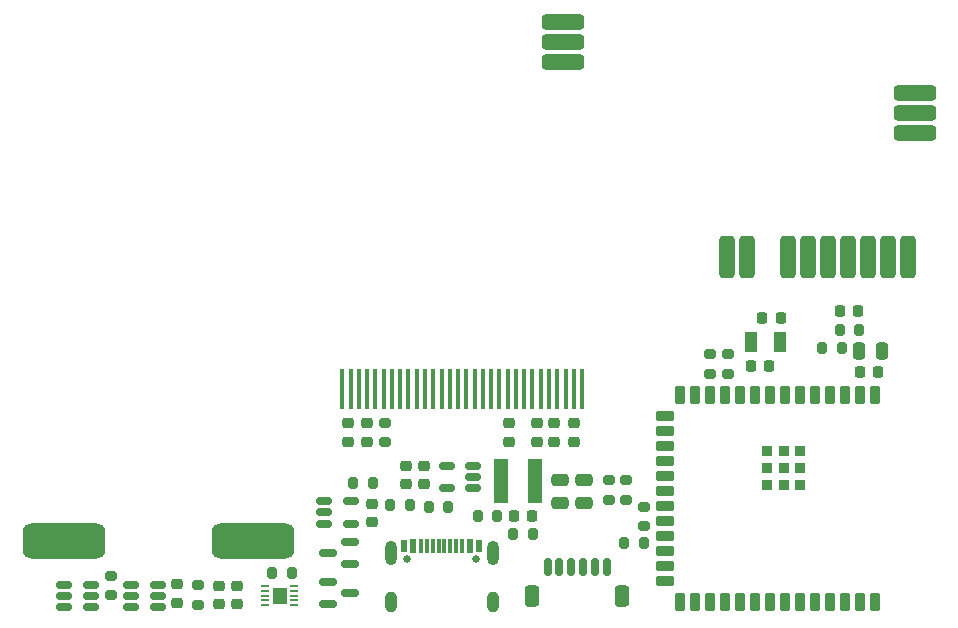
<source format=gbr>
%TF.GenerationSoftware,KiCad,Pcbnew,7.0.10*%
%TF.CreationDate,2024-02-06T19:30:05-08:00*%
%TF.ProjectId,main_board,6d61696e-5f62-46f6-9172-642e6b696361,rev?*%
%TF.SameCoordinates,Original*%
%TF.FileFunction,Soldermask,Top*%
%TF.FilePolarity,Negative*%
%FSLAX46Y46*%
G04 Gerber Fmt 4.6, Leading zero omitted, Abs format (unit mm)*
G04 Created by KiCad (PCBNEW 7.0.10) date 2024-02-06 19:30:05*
%MOMM*%
%LPD*%
G01*
G04 APERTURE LIST*
G04 Aperture macros list*
%AMRoundRect*
0 Rectangle with rounded corners*
0 $1 Rounding radius*
0 $2 $3 $4 $5 $6 $7 $8 $9 X,Y pos of 4 corners*
0 Add a 4 corners polygon primitive as box body*
4,1,4,$2,$3,$4,$5,$6,$7,$8,$9,$2,$3,0*
0 Add four circle primitives for the rounded corners*
1,1,$1+$1,$2,$3*
1,1,$1+$1,$4,$5*
1,1,$1+$1,$6,$7*
1,1,$1+$1,$8,$9*
0 Add four rect primitives between the rounded corners*
20,1,$1+$1,$2,$3,$4,$5,0*
20,1,$1+$1,$4,$5,$6,$7,0*
20,1,$1+$1,$6,$7,$8,$9,0*
20,1,$1+$1,$8,$9,$2,$3,0*%
G04 Aperture macros list end*
%ADD10RoundRect,0.200000X0.200000X0.275000X-0.200000X0.275000X-0.200000X-0.275000X0.200000X-0.275000X0*%
%ADD11RoundRect,0.150000X-0.512500X-0.150000X0.512500X-0.150000X0.512500X0.150000X-0.512500X0.150000X0*%
%ADD12RoundRect,0.250000X-0.250000X-0.475000X0.250000X-0.475000X0.250000X0.475000X-0.250000X0.475000X0*%
%ADD13RoundRect,0.200000X-0.275000X0.200000X-0.275000X-0.200000X0.275000X-0.200000X0.275000X0.200000X0*%
%ADD14RoundRect,0.225000X-0.250000X0.225000X-0.250000X-0.225000X0.250000X-0.225000X0.250000X0.225000X0*%
%ADD15RoundRect,0.150000X0.512500X0.150000X-0.512500X0.150000X-0.512500X-0.150000X0.512500X-0.150000X0*%
%ADD16RoundRect,0.200000X-0.200000X-0.275000X0.200000X-0.275000X0.200000X0.275000X-0.200000X0.275000X0*%
%ADD17RoundRect,0.225000X0.250000X-0.225000X0.250000X0.225000X-0.250000X0.225000X-0.250000X-0.225000X0*%
%ADD18RoundRect,0.225000X-0.225000X-0.250000X0.225000X-0.250000X0.225000X0.250000X-0.225000X0.250000X0*%
%ADD19RoundRect,0.225000X0.225000X0.250000X-0.225000X0.250000X-0.225000X-0.250000X0.225000X-0.250000X0*%
%ADD20RoundRect,0.225000X-0.225000X0.525000X-0.225000X-0.525000X0.225000X-0.525000X0.225000X0.525000X0*%
%ADD21RoundRect,0.225000X-0.525000X-0.225000X0.525000X-0.225000X0.525000X0.225000X-0.525000X0.225000X0*%
%ADD22RoundRect,0.225000X0.225000X-0.525000X0.225000X0.525000X-0.225000X0.525000X-0.225000X-0.525000X0*%
%ADD23RoundRect,0.225000X0.225000X-0.225000X0.225000X0.225000X-0.225000X0.225000X-0.225000X-0.225000X0*%
%ADD24R,0.400000X3.500000*%
%ADD25R,0.650000X0.200000*%
%ADD26R,1.300000X1.400000*%
%ADD27RoundRect,0.150000X0.150000X0.625000X-0.150000X0.625000X-0.150000X-0.625000X0.150000X-0.625000X0*%
%ADD28RoundRect,0.250000X0.350000X0.650000X-0.350000X0.650000X-0.350000X-0.650000X0.350000X-0.650000X0*%
%ADD29RoundRect,0.750000X2.750000X0.750000X-2.750000X0.750000X-2.750000X-0.750000X2.750000X-0.750000X0*%
%ADD30R,1.000000X1.800000*%
%ADD31R,1.300000X3.700000*%
%ADD32RoundRect,0.150000X0.587500X0.150000X-0.587500X0.150000X-0.587500X-0.150000X0.587500X-0.150000X0*%
%ADD33RoundRect,0.200000X0.275000X-0.200000X0.275000X0.200000X-0.275000X0.200000X-0.275000X-0.200000X0*%
%ADD34RoundRect,0.250000X-0.475000X0.250000X-0.475000X-0.250000X0.475000X-0.250000X0.475000X0.250000X0*%
%ADD35RoundRect,0.325000X-1.475000X-0.325000X1.475000X-0.325000X1.475000X0.325000X-1.475000X0.325000X0*%
%ADD36RoundRect,0.325000X0.325000X-1.475000X0.325000X1.475000X-0.325000X1.475000X-0.325000X-1.475000X0*%
%ADD37C,0.650000*%
%ADD38R,0.600000X1.055000*%
%ADD39R,0.600000X1.150000*%
%ADD40R,0.300000X1.150000*%
%ADD41O,1.000000X2.100000*%
%ADD42O,1.000000X1.800000*%
%ADD43RoundRect,0.150000X-0.587500X-0.150000X0.587500X-0.150000X0.587500X0.150000X-0.587500X0.150000X0*%
G04 APERTURE END LIST*
D10*
%TO.C,R14*%
X34925000Y12687500D03*
X33275000Y12687500D03*
%TD*%
D11*
%TO.C,U6*%
X8797500Y4126875D03*
X8797500Y3176875D03*
X8797500Y2226875D03*
X11072500Y2226875D03*
X11072500Y3176875D03*
X11072500Y4126875D03*
%TD*%
D12*
%TO.C,C7*%
X76125000Y23925000D03*
X78025000Y23925000D03*
%TD*%
D13*
%TO.C,R6*%
X20140000Y4067500D03*
X20140000Y2417500D03*
%TD*%
D14*
%TO.C,C22*%
X23410000Y4015000D03*
X23410000Y2465000D03*
%TD*%
D10*
%TO.C,R2*%
X76100000Y25725000D03*
X74450000Y25725000D03*
%TD*%
D15*
%TO.C,U3*%
X43450000Y12300000D03*
X43450000Y13250000D03*
X43450000Y14200000D03*
X41175000Y14200000D03*
X41175000Y12300000D03*
%TD*%
D10*
%TO.C,R8*%
X45475000Y9900000D03*
X43825000Y9900000D03*
%TD*%
D16*
%TO.C,R7*%
X46812500Y8445000D03*
X48462500Y8445000D03*
%TD*%
D17*
%TO.C,C14*%
X18385000Y2601875D03*
X18385000Y4151875D03*
%TD*%
D14*
%TO.C,C21*%
X21950000Y4015000D03*
X21950000Y2465000D03*
%TD*%
D18*
%TO.C,C8*%
X76150000Y22125000D03*
X77700000Y22125000D03*
%TD*%
D14*
%TO.C,C2*%
X50300000Y17775000D03*
X50300000Y16225000D03*
%TD*%
D19*
%TO.C,C17*%
X48412500Y9920000D03*
X46862500Y9920000D03*
%TD*%
D13*
%TO.C,R9*%
X54887500Y12975000D03*
X54887500Y11325000D03*
%TD*%
D20*
%TO.C,U2*%
X77435000Y20150000D03*
X76165000Y20150000D03*
X74895000Y20150000D03*
X73625000Y20150000D03*
X72355000Y20150000D03*
X71085000Y20150000D03*
X69815000Y20150000D03*
X68545000Y20150000D03*
X67275000Y20150000D03*
X66005000Y20150000D03*
X64735000Y20150000D03*
X63465000Y20150000D03*
X62195000Y20150000D03*
X60925000Y20150000D03*
D21*
X59675000Y18385000D03*
X59675000Y17115000D03*
X59675000Y15845000D03*
X59675000Y14575000D03*
X59675000Y13305000D03*
X59675000Y12035000D03*
X59675000Y10765000D03*
X59675000Y9495000D03*
X59675000Y8225000D03*
X59675000Y6955000D03*
X59675000Y5685000D03*
X59675000Y4415000D03*
D22*
X60925000Y2650000D03*
X62195000Y2650000D03*
X63465000Y2650000D03*
X64735000Y2650000D03*
X66005000Y2650000D03*
X67275000Y2650000D03*
X68545000Y2650000D03*
X69815000Y2650000D03*
X71085000Y2650000D03*
X72355000Y2650000D03*
X73625000Y2650000D03*
X74895000Y2650000D03*
X76165000Y2650000D03*
X77435000Y2650000D03*
D23*
X71115000Y15400000D03*
X69715000Y15400000D03*
X68315000Y15400000D03*
X71115000Y14000000D03*
X69715000Y14000000D03*
X68315000Y14000000D03*
X71115000Y12600000D03*
X69715000Y12600000D03*
X68315000Y12600000D03*
%TD*%
D24*
%TO.C,U1*%
X52650000Y20650000D03*
X51950000Y20650000D03*
X51250000Y20650000D03*
X50550000Y20650000D03*
X49850000Y20650000D03*
X49150000Y20650000D03*
X48450000Y20650000D03*
X47750000Y20650000D03*
X47050000Y20650000D03*
X46350000Y20650000D03*
X45650000Y20650000D03*
X44950000Y20650000D03*
X44250000Y20650000D03*
X43550000Y20650000D03*
X42850000Y20650000D03*
X42150000Y20650000D03*
X41450000Y20650000D03*
X40750000Y20650000D03*
X40050000Y20650000D03*
X39350000Y20650000D03*
X38650000Y20650000D03*
X37950000Y20650000D03*
X37250000Y20650000D03*
X36550000Y20650000D03*
X35850000Y20650000D03*
X35150000Y20650000D03*
X34450000Y20650000D03*
X33750000Y20650000D03*
X33050000Y20650000D03*
X32350000Y20650000D03*
%TD*%
D13*
%TO.C,R5*%
X65000000Y23625000D03*
X65000000Y21975000D03*
%TD*%
D19*
%TO.C,C13*%
X68500000Y22675000D03*
X66950000Y22675000D03*
%TD*%
D14*
%TO.C,C15*%
X39250000Y14175000D03*
X39250000Y12625000D03*
%TD*%
%TO.C,C16*%
X37700000Y14175000D03*
X37700000Y12625000D03*
%TD*%
%TO.C,C1*%
X51950000Y17775000D03*
X51950000Y16225000D03*
%TD*%
D25*
%TO.C,U7*%
X28277820Y2393125D03*
X28277820Y2793125D03*
X28277820Y3193125D03*
X28277820Y3593125D03*
X28277820Y3993125D03*
X25827820Y3993125D03*
X25827820Y3593125D03*
X25827820Y3193125D03*
X25827820Y2793125D03*
X25827820Y2393125D03*
D26*
X27052820Y3193125D03*
%TD*%
D27*
%TO.C,J2*%
X54725000Y5650000D03*
X53725000Y5650000D03*
X52725000Y5650000D03*
X51725000Y5650000D03*
X50725000Y5650000D03*
X49725000Y5650000D03*
D28*
X56025000Y3125000D03*
X48425000Y3125000D03*
%TD*%
D17*
%TO.C,C3*%
X48800000Y16225000D03*
X48800000Y17775000D03*
%TD*%
D18*
%TO.C,C9*%
X74500000Y27275000D03*
X76050000Y27275000D03*
%TD*%
D29*
%TO.C,BT1*%
X24800000Y7800000D03*
X8800000Y7800000D03*
%TD*%
D17*
%TO.C,C6*%
X32800000Y16225000D03*
X32800000Y17775000D03*
%TD*%
D16*
%TO.C,R19*%
X36400000Y10825000D03*
X38050000Y10825000D03*
%TD*%
D11*
%TO.C,U4*%
X30837500Y11187500D03*
X30837500Y10237500D03*
X30837500Y9287500D03*
X33112500Y9287500D03*
X33112500Y11187500D03*
%TD*%
D17*
%TO.C,C4*%
X46500000Y16225000D03*
X46500000Y17775000D03*
%TD*%
D13*
%TO.C,R1*%
X36000000Y17825000D03*
X36000000Y16175000D03*
%TD*%
D30*
%TO.C,Y1*%
X66925000Y24675000D03*
X69425000Y24675000D03*
%TD*%
D17*
%TO.C,C5*%
X34450000Y16225000D03*
X34450000Y17775000D03*
%TD*%
D31*
%TO.C,L1*%
X48700000Y12900000D03*
X45800000Y12900000D03*
%TD*%
D16*
%TO.C,R12*%
X56200000Y7675000D03*
X57850000Y7675000D03*
%TD*%
%TO.C,R20*%
X39650000Y10725000D03*
X41300000Y10725000D03*
%TD*%
D13*
%TO.C,R11*%
X56362500Y12975000D03*
X56362500Y11325000D03*
%TD*%
D32*
%TO.C,Q3*%
X33037500Y5850000D03*
X33037500Y7750000D03*
X31162500Y6800000D03*
%TD*%
D17*
%TO.C,C19*%
X34850000Y9387500D03*
X34850000Y10937500D03*
%TD*%
D33*
%TO.C,R15*%
X12760000Y3227500D03*
X12760000Y4877500D03*
%TD*%
%TO.C,R4*%
X63500000Y21975000D03*
X63500000Y23625000D03*
%TD*%
D34*
%TO.C,C20*%
X50760000Y12950000D03*
X50760000Y11050000D03*
%TD*%
D35*
%TO.C,M1*%
X51000000Y51762500D03*
X51000000Y50062500D03*
X51000000Y48362500D03*
D36*
X64950000Y31862500D03*
X66650000Y31862500D03*
X70050000Y31862500D03*
X71750000Y31862500D03*
X73450000Y31862500D03*
X75150000Y31862500D03*
X76850000Y31862500D03*
X78550000Y31862500D03*
X80250000Y31862500D03*
D35*
X80800000Y42362500D03*
X80800000Y44062500D03*
X80800000Y45762500D03*
%TD*%
D10*
%TO.C,R3*%
X74650000Y24175000D03*
X73000000Y24175000D03*
%TD*%
%TO.C,R18*%
X28055000Y5070000D03*
X26405000Y5070000D03*
%TD*%
D18*
%TO.C,C12*%
X67900000Y26675000D03*
X69450000Y26675000D03*
%TD*%
D34*
%TO.C,C18*%
X52850000Y12950000D03*
X52850000Y11050000D03*
%TD*%
D33*
%TO.C,R13*%
X57900000Y9075000D03*
X57900000Y10725000D03*
%TD*%
D37*
%TO.C,J1*%
X37860000Y6300000D03*
X43640000Y6300000D03*
D38*
X37550000Y7422500D03*
D39*
X38350000Y7375000D03*
D40*
X39500000Y7375000D03*
X40500000Y7375000D03*
X41000000Y7375000D03*
X42000000Y7375000D03*
D39*
X43150000Y7375000D03*
D38*
X43950000Y7422500D03*
X43950000Y7422500D03*
D39*
X43150000Y7375000D03*
D40*
X42500000Y7375000D03*
X41500000Y7375000D03*
X40000000Y7375000D03*
X39000000Y7375000D03*
D39*
X38350000Y7375000D03*
D38*
X37550000Y7422500D03*
D41*
X36430000Y6800000D03*
D42*
X36430000Y2620000D03*
D41*
X45070000Y6800000D03*
D42*
X45070000Y2620000D03*
%TD*%
D11*
%TO.C,U5*%
X14447500Y4126875D03*
X14447500Y3176875D03*
X14447500Y2226875D03*
X16722500Y2226875D03*
X16722500Y3176875D03*
X16722500Y4126875D03*
%TD*%
D43*
%TO.C,D1*%
X31162500Y4350000D03*
X31162500Y2450000D03*
X33037500Y3400000D03*
%TD*%
M02*

</source>
